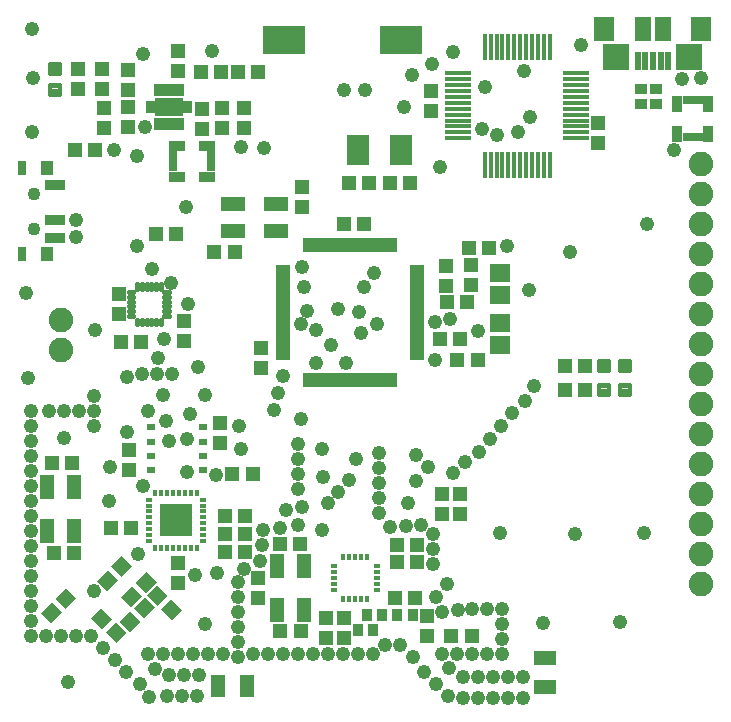
<source format=gts>
G75*
%MOIN*%
%OFA0B0*%
%FSLAX25Y25*%
%IPPOS*%
%LPD*%
%AMOC8*
5,1,8,0,0,1.08239X$1,22.5*
%
%ADD10R,0.04737X0.05131*%
%ADD11R,0.05131X0.04737*%
%ADD12R,0.02953X0.06693*%
%ADD13R,0.05315X0.03543*%
%ADD14R,0.06706X0.05918*%
%ADD15C,0.01421*%
%ADD16R,0.05131X0.01922*%
%ADD17R,0.01922X0.05131*%
%ADD18R,0.01969X0.04146*%
%ADD19R,0.03556X0.01902*%
%ADD20R,0.09448X0.06496*%
%ADD21R,0.07493X0.10249*%
%ADD22R,0.08280X0.05131*%
%ADD23C,0.08200*%
%ADD24R,0.04737X0.07493*%
%ADD25R,0.07493X0.04737*%
%ADD26R,0.03556X0.04343*%
%ADD27R,0.05131X0.08280*%
%ADD28R,0.03162X0.02375*%
%ADD29C,0.01706*%
%ADD30R,0.06706X0.03556*%
%ADD31R,0.03162X0.04737*%
%ADD32R,0.03950X0.04737*%
%ADD33C,0.04343*%
%ADD34R,0.02375X0.01784*%
%ADD35R,0.01784X0.02375*%
%ADD36R,0.10800X0.10800*%
%ADD37R,0.01587X0.08674*%
%ADD38R,0.08674X0.01587*%
%ADD39R,0.02375X0.06115*%
%ADD40R,0.09068X0.08674*%
%ADD41R,0.07099X0.08280*%
%ADD42R,0.05524X0.08280*%
%ADD43R,0.13989X0.09304*%
%ADD44R,0.04343X0.03556*%
%ADD45R,0.06693X0.02953*%
%ADD46R,0.03543X0.05315*%
%ADD47C,0.04762*%
%ADD48C,0.04800*%
D10*
X0110700Y0081154D03*
X0110700Y0087846D03*
X0137500Y0083046D03*
X0137500Y0076354D03*
X0159900Y0069546D03*
X0165900Y0069546D03*
X0165900Y0062854D03*
X0159900Y0062854D03*
X0193600Y0063454D03*
X0193600Y0070146D03*
X0198600Y0104354D03*
X0204700Y0104354D03*
X0204700Y0111046D03*
X0198600Y0111046D03*
X0138500Y0152854D03*
X0138500Y0159546D03*
X0112700Y0161854D03*
X0112700Y0168546D03*
X0091000Y0170754D03*
X0091000Y0177446D03*
X0124700Y0134646D03*
X0124700Y0127954D03*
X0094500Y0125646D03*
X0094500Y0118954D03*
X0152200Y0206454D03*
X0152200Y0213146D03*
X0132600Y0232854D03*
X0132600Y0239546D03*
X0125400Y0239446D03*
X0125400Y0232754D03*
X0118700Y0232554D03*
X0118700Y0239246D03*
X0110600Y0251854D03*
X0110600Y0258546D03*
X0094000Y0252246D03*
X0094000Y0245554D03*
X0094000Y0239746D03*
X0085900Y0239546D03*
X0085900Y0232854D03*
X0094000Y0233054D03*
X0085500Y0245854D03*
X0085500Y0252546D03*
X0077500Y0252446D03*
X0077500Y0245754D03*
X0195000Y0245246D03*
X0195000Y0238554D03*
X0199900Y0187046D03*
X0199900Y0180354D03*
X0208400Y0180554D03*
X0208400Y0187246D03*
X0250800Y0227954D03*
X0250800Y0234646D03*
D11*
X0214246Y0192900D03*
X0207554Y0192900D03*
X0207046Y0174900D03*
X0200354Y0174900D03*
X0197954Y0162600D03*
X0204646Y0162600D03*
X0203854Y0155700D03*
X0210546Y0155700D03*
X0239754Y0153400D03*
X0246446Y0153400D03*
X0246446Y0145600D03*
X0239754Y0145600D03*
X0190346Y0093800D03*
X0190346Y0088100D03*
X0183654Y0088100D03*
X0183654Y0093800D03*
X0183054Y0076300D03*
X0189746Y0076300D03*
X0201854Y0063500D03*
X0208546Y0063500D03*
X0151546Y0065300D03*
X0144854Y0065300D03*
X0132946Y0091600D03*
X0132946Y0097400D03*
X0126254Y0097400D03*
X0126254Y0091600D03*
X0126254Y0103500D03*
X0132946Y0103500D03*
X0135546Y0117700D03*
X0128854Y0117700D03*
X0144754Y0094100D03*
X0151446Y0094100D03*
G36*
X0108605Y0068746D02*
X0104978Y0072373D01*
X0108327Y0075722D01*
X0111954Y0072095D01*
X0108605Y0068746D01*
G37*
G36*
X0103873Y0073478D02*
X0100246Y0077105D01*
X0103595Y0080454D01*
X0107222Y0076827D01*
X0103873Y0073478D01*
G37*
G36*
X0102954Y0073105D02*
X0099327Y0069478D01*
X0095978Y0072827D01*
X0099605Y0076454D01*
X0102954Y0073105D01*
G37*
G36*
X0091846Y0076595D02*
X0095473Y0080222D01*
X0098822Y0076873D01*
X0095195Y0073246D01*
X0091846Y0076595D01*
G37*
G36*
X0083746Y0081995D02*
X0087373Y0085622D01*
X0090722Y0082273D01*
X0087095Y0078646D01*
X0083746Y0081995D01*
G37*
X0076146Y0091300D03*
X0069454Y0091300D03*
G36*
X0069878Y0076027D02*
X0073505Y0079654D01*
X0076854Y0076305D01*
X0073227Y0072678D01*
X0069878Y0076027D01*
G37*
G36*
X0065146Y0071295D02*
X0068773Y0074922D01*
X0072122Y0071573D01*
X0068495Y0067946D01*
X0065146Y0071295D01*
G37*
G36*
X0085195Y0072954D02*
X0088822Y0069327D01*
X0085473Y0065978D01*
X0081846Y0069605D01*
X0085195Y0072954D01*
G37*
G36*
X0098222Y0068373D02*
X0094595Y0064746D01*
X0091246Y0068095D01*
X0094873Y0071722D01*
X0098222Y0068373D01*
G37*
G36*
X0089927Y0068222D02*
X0093554Y0064595D01*
X0090205Y0061246D01*
X0086578Y0064873D01*
X0089927Y0068222D01*
G37*
G36*
X0096578Y0081327D02*
X0100205Y0084954D01*
X0103554Y0081605D01*
X0099927Y0077978D01*
X0096578Y0081327D01*
G37*
G36*
X0088478Y0086727D02*
X0092105Y0090354D01*
X0095454Y0087005D01*
X0091827Y0083378D01*
X0088478Y0086727D01*
G37*
X0088454Y0099600D03*
X0095146Y0099600D03*
X0075446Y0121300D03*
X0068754Y0121300D03*
X0091754Y0161700D03*
X0098446Y0161700D03*
X0122854Y0191600D03*
X0129546Y0191600D03*
X0109946Y0197400D03*
X0103254Y0197400D03*
X0083146Y0225600D03*
X0076454Y0225600D03*
X0118254Y0251700D03*
X0124946Y0251700D03*
X0130654Y0251700D03*
X0137346Y0251700D03*
X0167554Y0214600D03*
X0174246Y0214600D03*
X0181454Y0214600D03*
X0188146Y0214600D03*
X0172746Y0200800D03*
X0166054Y0200800D03*
D12*
X0121601Y0221800D03*
X0109199Y0221800D03*
D13*
X0110380Y0216682D03*
X0120420Y0216682D03*
X0120420Y0226918D03*
X0110380Y0226918D03*
D14*
X0218000Y0184540D03*
X0218000Y0177060D03*
X0217900Y0168040D03*
X0217900Y0160560D03*
D15*
X0251189Y0155058D02*
X0251189Y0151742D01*
X0251189Y0155058D02*
X0254505Y0155058D01*
X0254505Y0151742D01*
X0251189Y0151742D01*
X0251189Y0153162D02*
X0254505Y0153162D01*
X0254505Y0154582D02*
X0251189Y0154582D01*
X0258095Y0155058D02*
X0258095Y0151742D01*
X0258095Y0155058D02*
X0261411Y0155058D01*
X0261411Y0151742D01*
X0258095Y0151742D01*
X0258095Y0153162D02*
X0261411Y0153162D01*
X0261411Y0154582D02*
X0258095Y0154582D01*
X0257995Y0147258D02*
X0257995Y0143942D01*
X0257995Y0147258D02*
X0261311Y0147258D01*
X0261311Y0143942D01*
X0257995Y0143942D01*
X0257995Y0145362D02*
X0261311Y0145362D01*
X0261311Y0146782D02*
X0257995Y0146782D01*
X0251089Y0147258D02*
X0251089Y0143942D01*
X0251089Y0147258D02*
X0254405Y0147258D01*
X0254405Y0143942D01*
X0251089Y0143942D01*
X0251089Y0145362D02*
X0254405Y0145362D01*
X0254405Y0146782D02*
X0251089Y0146782D01*
X0071358Y0247205D02*
X0068042Y0247205D01*
X0071358Y0247205D02*
X0071358Y0243889D01*
X0068042Y0243889D01*
X0068042Y0247205D01*
X0068042Y0245309D02*
X0071358Y0245309D01*
X0071358Y0246729D02*
X0068042Y0246729D01*
X0068042Y0254111D02*
X0071358Y0254111D01*
X0071358Y0250795D01*
X0068042Y0250795D01*
X0068042Y0254111D01*
X0068042Y0252215D02*
X0071358Y0252215D01*
X0071358Y0253635D02*
X0068042Y0253635D01*
D16*
X0145559Y0186164D03*
X0145559Y0184195D03*
X0145559Y0182227D03*
X0145559Y0180258D03*
X0145559Y0178290D03*
X0145559Y0176321D03*
X0145559Y0174353D03*
X0145559Y0172384D03*
X0145559Y0170416D03*
X0145559Y0168447D03*
X0145559Y0166479D03*
X0145559Y0164510D03*
X0145559Y0162542D03*
X0145559Y0160573D03*
X0145559Y0158605D03*
X0145559Y0156636D03*
X0190441Y0156636D03*
X0190441Y0158605D03*
X0190441Y0160573D03*
X0190441Y0162542D03*
X0190441Y0164510D03*
X0190441Y0166479D03*
X0190441Y0168447D03*
X0190441Y0170416D03*
X0190441Y0172384D03*
X0190441Y0174353D03*
X0190441Y0176321D03*
X0190441Y0178290D03*
X0190441Y0180258D03*
X0190441Y0182227D03*
X0190441Y0184195D03*
X0190441Y0186164D03*
D17*
X0182764Y0193841D03*
X0180795Y0193841D03*
X0178827Y0193841D03*
X0176858Y0193841D03*
X0174890Y0193841D03*
X0172921Y0193841D03*
X0170953Y0193841D03*
X0168984Y0193841D03*
X0167016Y0193841D03*
X0165047Y0193841D03*
X0163079Y0193841D03*
X0161110Y0193841D03*
X0159142Y0193841D03*
X0157173Y0193841D03*
X0155205Y0193841D03*
X0153236Y0193841D03*
X0153236Y0148959D03*
X0155205Y0148959D03*
X0157173Y0148959D03*
X0159142Y0148959D03*
X0161110Y0148959D03*
X0163079Y0148959D03*
X0165047Y0148959D03*
X0167016Y0148959D03*
X0168984Y0148959D03*
X0170953Y0148959D03*
X0172921Y0148959D03*
X0174890Y0148959D03*
X0176858Y0148959D03*
X0178827Y0148959D03*
X0180795Y0148959D03*
X0182764Y0148959D03*
D18*
X0111637Y0234093D03*
X0109669Y0234093D03*
X0107700Y0234093D03*
X0105731Y0234093D03*
X0103763Y0234093D03*
X0103763Y0245707D03*
X0105731Y0245707D03*
X0107700Y0245707D03*
X0109669Y0245707D03*
X0111637Y0245707D03*
D19*
X0113606Y0240884D03*
X0113606Y0238916D03*
X0101794Y0238916D03*
X0101794Y0240884D03*
D20*
X0107700Y0239900D03*
D21*
X0170617Y0225600D03*
X0185183Y0225600D03*
D22*
X0143483Y0207628D03*
X0143483Y0198572D03*
X0128917Y0198572D03*
X0128917Y0207628D03*
D23*
X0071800Y0168800D03*
X0071800Y0158800D03*
X0284900Y0160800D03*
X0284900Y0150800D03*
X0284900Y0140800D03*
X0284900Y0130800D03*
X0284900Y0120800D03*
X0284900Y0110800D03*
X0284900Y0100800D03*
X0284900Y0090800D03*
X0284900Y0080800D03*
X0284900Y0170800D03*
X0284900Y0180800D03*
X0284900Y0190800D03*
X0284900Y0200800D03*
X0284900Y0210800D03*
X0284900Y0220800D03*
D24*
X0133821Y0046800D03*
X0123979Y0046800D03*
D25*
X0233100Y0046479D03*
X0233100Y0056321D03*
D26*
X0188959Y0070600D03*
X0183841Y0070600D03*
X0178859Y0070600D03*
X0173741Y0070600D03*
X0175759Y0065400D03*
X0170641Y0065400D03*
D27*
X0152628Y0072317D03*
X0143572Y0072317D03*
X0143572Y0086883D03*
X0152628Y0086883D03*
X0076128Y0098617D03*
X0067072Y0098617D03*
X0067072Y0113183D03*
X0076128Y0113183D03*
D28*
X0101739Y0118913D03*
X0101739Y0123638D03*
X0101739Y0128362D03*
X0101739Y0133087D03*
X0119061Y0133087D03*
X0119061Y0128362D03*
X0119061Y0123638D03*
X0119061Y0118913D03*
D29*
X0104937Y0167566D02*
X0104937Y0169022D01*
X0103362Y0169022D02*
X0103362Y0167566D01*
X0101787Y0167566D02*
X0101787Y0169022D01*
X0100213Y0169022D02*
X0100213Y0167566D01*
X0098638Y0167566D02*
X0098638Y0169022D01*
X0097063Y0169022D02*
X0097063Y0167566D01*
X0095822Y0170263D02*
X0094366Y0170263D01*
X0094366Y0171838D02*
X0095822Y0171838D01*
X0095822Y0173413D02*
X0094366Y0173413D01*
X0094366Y0174987D02*
X0095822Y0174987D01*
X0095822Y0176562D02*
X0094366Y0176562D01*
X0094366Y0178137D02*
X0095822Y0178137D01*
X0097063Y0179378D02*
X0097063Y0180834D01*
X0098638Y0180834D02*
X0098638Y0179378D01*
X0100213Y0179378D02*
X0100213Y0180834D01*
X0101787Y0180834D02*
X0101787Y0179378D01*
X0103362Y0179378D02*
X0103362Y0180834D01*
X0104937Y0180834D02*
X0104937Y0179378D01*
X0106178Y0178137D02*
X0107634Y0178137D01*
X0107634Y0176562D02*
X0106178Y0176562D01*
X0106178Y0174987D02*
X0107634Y0174987D01*
X0107634Y0173413D02*
X0106178Y0173413D01*
X0106178Y0171838D02*
X0107634Y0171838D01*
X0107634Y0170263D02*
X0106178Y0170263D01*
D30*
X0069590Y0196242D03*
X0069590Y0202147D03*
X0069590Y0213958D03*
D31*
X0058763Y0219470D03*
X0058763Y0190730D03*
D32*
X0067031Y0190730D03*
X0067031Y0219470D03*
D33*
X0062700Y0211006D03*
X0062700Y0199194D03*
D34*
X0101045Y0108990D03*
X0101045Y0107021D03*
X0101045Y0105053D03*
X0101045Y0103084D03*
X0101045Y0101116D03*
X0101045Y0099147D03*
X0101045Y0097179D03*
X0101045Y0095210D03*
X0119155Y0095210D03*
X0119155Y0097179D03*
X0119155Y0099147D03*
X0119155Y0101116D03*
X0119155Y0103084D03*
X0119155Y0105053D03*
X0119155Y0107021D03*
X0119155Y0108990D03*
X0162713Y0086837D03*
X0162713Y0084869D03*
X0162713Y0082900D03*
X0162713Y0080931D03*
X0162713Y0078963D03*
X0176887Y0078963D03*
X0176887Y0080931D03*
X0176887Y0082900D03*
X0176887Y0084869D03*
X0176887Y0086837D03*
D35*
X0173737Y0089987D03*
X0171769Y0089987D03*
X0169800Y0089987D03*
X0167831Y0089987D03*
X0165863Y0089987D03*
X0165863Y0075813D03*
X0167831Y0075813D03*
X0169800Y0075813D03*
X0171769Y0075813D03*
X0173737Y0075813D03*
X0116990Y0093045D03*
X0115021Y0093045D03*
X0113053Y0093045D03*
X0111084Y0093045D03*
X0109116Y0093045D03*
X0107147Y0093045D03*
X0105179Y0093045D03*
X0103210Y0093045D03*
X0103210Y0111155D03*
X0105179Y0111155D03*
X0107147Y0111155D03*
X0109116Y0111155D03*
X0111084Y0111155D03*
X0113053Y0111155D03*
X0115021Y0111155D03*
X0116990Y0111155D03*
D36*
X0110100Y0102100D03*
D37*
X0212973Y0220615D03*
X0214942Y0220615D03*
X0216910Y0220615D03*
X0218879Y0220615D03*
X0220847Y0220615D03*
X0222816Y0220615D03*
X0224784Y0220615D03*
X0226753Y0220615D03*
X0228721Y0220615D03*
X0230690Y0220615D03*
X0232658Y0220615D03*
X0234627Y0220615D03*
X0234627Y0259985D03*
X0232658Y0259985D03*
X0230690Y0259985D03*
X0228721Y0259985D03*
X0226753Y0259985D03*
X0224784Y0259985D03*
X0222816Y0259985D03*
X0220847Y0259985D03*
X0218879Y0259985D03*
X0216910Y0259985D03*
X0214942Y0259985D03*
X0212973Y0259985D03*
D38*
X0204115Y0251127D03*
X0204115Y0249158D03*
X0204115Y0247190D03*
X0204115Y0245221D03*
X0204115Y0243253D03*
X0204115Y0241284D03*
X0204115Y0239316D03*
X0204115Y0237347D03*
X0204115Y0235379D03*
X0204115Y0233410D03*
X0204115Y0231442D03*
X0204115Y0229473D03*
X0243485Y0229473D03*
X0243485Y0231442D03*
X0243485Y0233410D03*
X0243485Y0235379D03*
X0243485Y0237347D03*
X0243485Y0239316D03*
X0243485Y0241284D03*
X0243485Y0243253D03*
X0243485Y0245221D03*
X0243485Y0247190D03*
X0243485Y0249158D03*
X0243485Y0251127D03*
D39*
X0263882Y0255260D03*
X0266441Y0255260D03*
X0269000Y0255260D03*
X0271559Y0255260D03*
X0274118Y0255260D03*
D40*
X0281205Y0256539D03*
X0256795Y0256539D03*
D41*
X0252858Y0265791D03*
X0285142Y0265791D03*
D42*
X0272346Y0265791D03*
X0265654Y0265791D03*
D43*
X0184990Y0262100D03*
X0146210Y0262100D03*
D44*
X0265200Y0245959D03*
X0270200Y0245959D03*
X0270200Y0240841D03*
X0265200Y0240841D03*
D45*
X0282300Y0242201D03*
X0282300Y0229799D03*
D46*
X0277182Y0230980D03*
X0277182Y0241020D03*
X0287418Y0241020D03*
X0287418Y0230980D03*
D47*
X0061600Y0063500D03*
X0066600Y0063500D03*
X0071600Y0063500D03*
X0076600Y0063500D03*
X0081600Y0063500D03*
X0085600Y0059500D03*
X0089600Y0055500D03*
X0093300Y0051400D03*
X0098100Y0047500D03*
X0100900Y0043200D03*
X0107100Y0043500D03*
X0112100Y0043500D03*
X0117100Y0043500D03*
X0117600Y0050500D03*
X0112600Y0050500D03*
X0107600Y0050500D03*
X0103100Y0052500D03*
X0105600Y0057500D03*
X0100600Y0057500D03*
X0110600Y0057500D03*
X0115600Y0057500D03*
X0120600Y0057500D03*
X0125600Y0057500D03*
X0130600Y0056500D03*
X0130600Y0061500D03*
X0130600Y0066500D03*
X0130600Y0071500D03*
X0130600Y0076500D03*
X0130600Y0081500D03*
X0132600Y0086000D03*
X0138100Y0088500D03*
X0138600Y0094000D03*
X0139100Y0099000D03*
X0144600Y0099500D03*
X0150600Y0100500D03*
X0152100Y0106500D03*
X0146600Y0105500D03*
X0150600Y0112500D03*
X0150600Y0117500D03*
X0150600Y0122500D03*
X0150600Y0127500D03*
X0151600Y0136000D03*
X0158600Y0126000D03*
X0159100Y0116500D03*
X0164100Y0111500D03*
X0160600Y0108000D03*
X0158600Y0099000D03*
X0167600Y0115500D03*
X0169900Y0122500D03*
X0177600Y0124500D03*
X0177600Y0119500D03*
X0177600Y0114500D03*
X0177600Y0109500D03*
X0177600Y0104500D03*
X0181300Y0100000D03*
X0186600Y0100300D03*
X0191600Y0100500D03*
X0195600Y0097500D03*
X0195600Y0092500D03*
X0195600Y0087500D03*
X0200300Y0080800D03*
X0196600Y0076500D03*
X0198600Y0071500D03*
X0203900Y0072100D03*
X0208600Y0072500D03*
X0213600Y0072500D03*
X0218600Y0072500D03*
X0218600Y0067500D03*
X0218600Y0062500D03*
X0218600Y0057500D03*
X0213600Y0057500D03*
X0208600Y0057500D03*
X0203600Y0057500D03*
X0198600Y0057500D03*
X0201100Y0053000D03*
X0205600Y0050000D03*
X0210600Y0050000D03*
X0215600Y0050000D03*
X0220600Y0050000D03*
X0225600Y0050000D03*
X0225600Y0043000D03*
X0220600Y0043000D03*
X0215600Y0043000D03*
X0210600Y0043000D03*
X0205600Y0043000D03*
X0200600Y0043500D03*
X0196600Y0047500D03*
X0192600Y0051500D03*
X0189100Y0056500D03*
X0184600Y0060500D03*
X0179600Y0060500D03*
X0175600Y0057500D03*
X0170600Y0057500D03*
X0165600Y0057500D03*
X0160600Y0057500D03*
X0155600Y0057500D03*
X0150600Y0057500D03*
X0145600Y0057500D03*
X0140600Y0057500D03*
X0135600Y0057500D03*
X0119700Y0067500D03*
X0116300Y0083900D03*
X0123600Y0084500D03*
X0110100Y0102100D03*
X0099100Y0113600D03*
X0087600Y0108500D03*
X0088100Y0120000D03*
X0093700Y0131700D03*
X0100800Y0138400D03*
X0106700Y0135300D03*
X0107600Y0128700D03*
X0113700Y0129200D03*
X0114700Y0137600D03*
X0119600Y0144000D03*
X0117300Y0153100D03*
X0108600Y0151000D03*
X0103600Y0151000D03*
X0098600Y0151000D03*
X0093600Y0150000D03*
X0104000Y0156100D03*
X0106100Y0162500D03*
X0113900Y0174300D03*
X0108400Y0181300D03*
X0102200Y0186000D03*
X0097100Y0193600D03*
X0113500Y0206700D03*
X0097000Y0223500D03*
X0099600Y0233200D03*
X0089300Y0225400D03*
X0062200Y0231700D03*
X0062400Y0249700D03*
X0061900Y0265900D03*
X0099100Y0257700D03*
X0122200Y0258400D03*
X0139500Y0226100D03*
X0166100Y0245500D03*
X0188600Y0250500D03*
X0202500Y0258300D03*
X0228000Y0236700D03*
X0245100Y0260500D03*
X0278600Y0249200D03*
X0284900Y0249400D03*
X0276100Y0225500D03*
X0267100Y0201000D03*
X0241400Y0191600D03*
X0227600Y0179000D03*
X0220500Y0193400D03*
X0201400Y0169300D03*
X0196500Y0168100D03*
X0196500Y0155600D03*
X0210600Y0165300D03*
X0229300Y0147000D03*
X0226300Y0142000D03*
X0222200Y0137900D03*
X0218400Y0133600D03*
X0214800Y0129100D03*
X0211200Y0124900D03*
X0206400Y0121400D03*
X0202500Y0118000D03*
X0194200Y0119900D03*
X0190200Y0123800D03*
X0190200Y0115200D03*
X0187300Y0107900D03*
X0187400Y0107800D03*
X0218100Y0097800D03*
X0242900Y0097600D03*
X0266000Y0098000D03*
X0257900Y0068200D03*
X0232400Y0067900D03*
X0145800Y0150200D03*
X0144200Y0144400D03*
X0142600Y0139000D03*
X0131000Y0133600D03*
X0131600Y0126000D03*
X0123300Y0117200D03*
X0113600Y0118300D03*
X0105600Y0144000D03*
X0082800Y0143700D03*
X0082600Y0138500D03*
X0082600Y0133500D03*
X0077600Y0138500D03*
X0072600Y0138500D03*
X0067600Y0138500D03*
X0061600Y0138500D03*
X0061600Y0133500D03*
X0061600Y0128500D03*
X0061600Y0123500D03*
X0061600Y0118500D03*
X0061600Y0113500D03*
X0061600Y0108500D03*
X0061600Y0103500D03*
X0061600Y0098500D03*
X0061600Y0093500D03*
X0061600Y0088500D03*
X0061600Y0083500D03*
X0061600Y0078500D03*
X0061600Y0073500D03*
X0061600Y0068500D03*
X0082600Y0078500D03*
X0097300Y0091000D03*
X0072700Y0129700D03*
X0060600Y0149600D03*
X0083100Y0165500D03*
X0060000Y0178000D03*
X0076600Y0196500D03*
X0152600Y0180000D03*
X0153600Y0172000D03*
X0151600Y0167500D03*
X0156600Y0165500D03*
X0161600Y0160500D03*
X0156600Y0154500D03*
X0166600Y0154500D03*
X0171700Y0164700D03*
X0177100Y0167600D03*
X0171100Y0171500D03*
X0164100Y0172500D03*
X0172600Y0180000D03*
X0176100Y0184500D03*
X0198100Y0219800D03*
X0074000Y0048100D03*
D48*
X0152100Y0186500D03*
X0131700Y0226600D03*
X0173100Y0245500D03*
X0186100Y0240000D03*
X0195400Y0254300D03*
X0213100Y0246500D03*
X0226100Y0252000D03*
X0224100Y0231500D03*
X0217100Y0230500D03*
X0212100Y0232500D03*
X0076800Y0202200D03*
M02*

</source>
